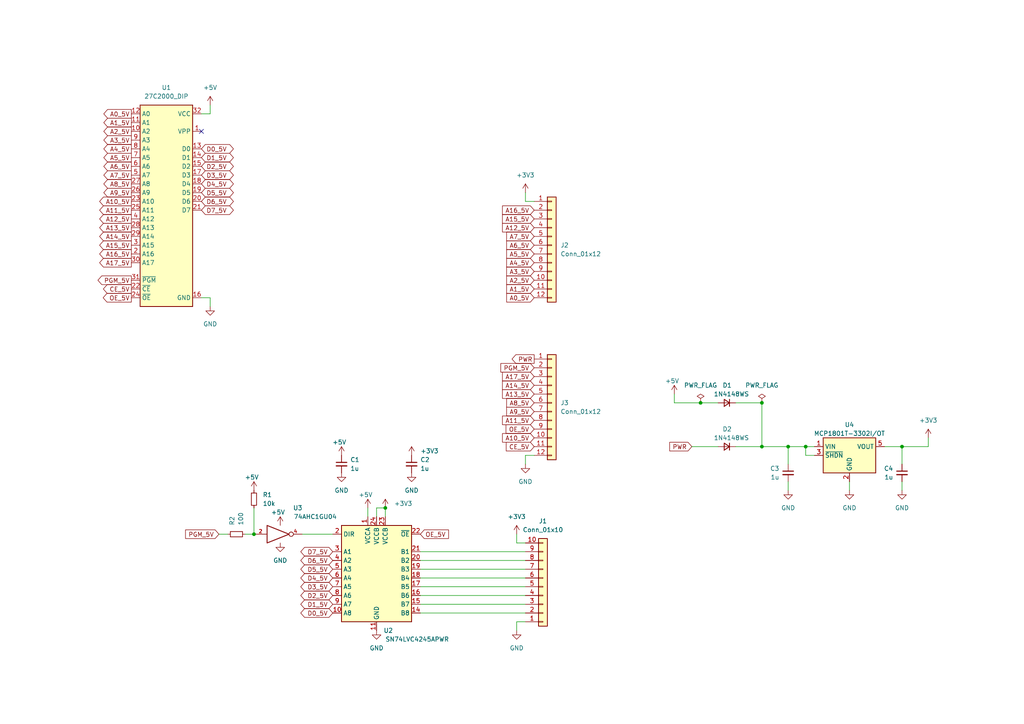
<source format=kicad_sch>
(kicad_sch (version 20211123) (generator eeschema)
  (paper "A4")
  (title_block (title "EMU27200") (date "2022-04-07") (company "Christer Weinigel"))
  (lib_symbols
    (symbol "0_weinigel:27C2000_DIP"
      (property "Reference" "U1" (at 0 30.48 0))
      (property "Value" "27C2000_DIP" (at 0 27.94 0))
      (symbol "27C2000_DIP_1_1"
        (rectangle (start -7.62 25.4) (end 7.62 -33.02) (stroke (width 0.254)) (fill (type background)))
        (pin power_in line (at 10.16 17.78 180) (length 2.54) (name "VPP") (number "1"))
        (pin input line (at -10.16 17.78 0) (length 2.54) (name "A2") (number "10"))
        (pin input line (at -10.16 20.32 0) (length 2.54) (name "A1") (number "11"))
        (pin input line (at -10.16 22.86 0) (length 2.54) (name "A0") (number "12"))
        (pin tri_state line (at 10.16 12.7 180) (length 2.54) (name "D0") (number "13"))
        (pin tri_state line (at 10.16 10.16 180) (length 2.54) (name "D1") (number "14"))
        (pin tri_state line (at 10.16 7.62 180) (length 2.54) (name "D2") (number "15"))
        (pin power_in line (at 10.16 -30.48 180) (length 2.54) (name "GND") (number "16"))
        (pin tri_state line (at 10.16 5.08 180) (length 2.54) (name "D3") (number "17"))
        (pin tri_state line (at 10.16 2.54 180) (length 2.54) (name "D4") (number "18"))
        (pin tri_state line (at 10.16 0 180) (length 2.54) (name "D5") (number "19"))
        (pin input line (at -10.16 -17.78 0) (length 2.54) (name "A16") (number "2"))
        (pin tri_state line (at 10.16 -2.54 180) (length 2.54) (name "D6") (number "20"))
        (pin tri_state line (at 10.16 -5.08 180) (length 2.54) (name "D7") (number "21"))
        (pin input line (at -10.16 -27.94 0) (length 2.54) (name "~{CE}") (number "22"))
        (pin input line (at -10.16 -2.54 0) (length 2.54) (name "A10") (number "23"))
        (pin input line (at -10.16 -30.48 0) (length 2.54) (name "~{OE}") (number "24"))
        (pin input line (at -10.16 -5.08 0) (length 2.54) (name "A11") (number "25"))
        (pin input line (at -10.16 0 0) (length 2.54) (name "A9") (number "26"))
        (pin input line (at -10.16 2.54 0) (length 2.54) (name "A8") (number "27"))
        (pin input line (at -10.16 -10.16 0) (length 2.54) (name "A13") (number "28"))
        (pin input line (at -10.16 -12.7 0) (length 2.54) (name "A14") (number "29"))
        (pin input line (at -10.16 -15.24 0) (length 2.54) (name "A15") (number "3"))
        (pin input line (at -10.16 -20.32 0) (length 2.54) (name "A17") (number "30"))
        (pin input line (at -10.16 -25.4 0) (length 2.54) (name "~{PGM}") (number "31"))
        (pin power_in line (at 10.16 22.86 180) (length 2.54) (name "VCC") (number "32"))
        (pin input line (at -10.16 -7.62 0) (length 2.54) (name "A12") (number "4"))
        (pin input line (at -10.16 5.08 0) (length 2.54) (name "A7") (number "5"))
        (pin input line (at -10.16 7.62 0) (length 2.54) (name "A6") (number "6"))
        (pin input line (at -10.16 10.16 0) (length 2.54) (name "A5") (number "7"))
        (pin input line (at -10.16 12.7 0) (length 2.54) (name "A4") (number "8"))
        (pin input line (at -10.16 15.24 0) (length 2.54) (name "A3") (number "9"))
      )
    )
    (symbol "74xGxx:74AHC1GU04" (pin_names (offset 1.016))
      (property "Reference" "U" (at -2.54 3.81 0))
      (property "Value" "74AHC1GU04" (at 0 -3.81 0))
      (symbol "74AHC1GU04_0_1"
        (polyline (pts (xy -3.81 2.54) (xy -3.81 -2.54) (xy 2.54 0) (xy -3.81 2.54)) (stroke (width 0.254)))
      )
      (symbol "74AHC1GU04_1_1"
        (pin input line (at -7.62 0 0) (length 3.81) (name "~") (number "2"))
        (pin power_in line (at 0 -2.54 270) (length 0) hide (name "GND") (number "3"))
        (pin output inverted (at 6.35 0 180) (length 3.81) (name "~") (number "4"))
        (pin power_in line (at 0 2.54 90) (length 0) hide (name "VCC") (number "5"))
      )
    )
    (symbol "Connector_Generic:Conn_01x10" (pin_names (offset 1.016) hide)
      (property "Reference" "J" (at 0 12.7 0))
      (property "Value" "Conn_01x10" (at 0 -15.24 0))
      (symbol "Conn_01x10_1_1"
        (rectangle (start -1.27 -12.573) (end 0 -12.827) (stroke (width 0.1524)))
        (rectangle (start -1.27 -10.033) (end 0 -10.287) (stroke (width 0.1524)))
        (rectangle (start -1.27 -7.493) (end 0 -7.747) (stroke (width 0.1524)))
        (rectangle (start -1.27 -4.953) (end 0 -5.207) (stroke (width 0.1524)))
        (rectangle (start -1.27 -2.413) (end 0 -2.667) (stroke (width 0.1524)))
        (rectangle (start -1.27 0.127) (end 0 -0.127) (stroke (width 0.1524)))
        (rectangle (start -1.27 2.667) (end 0 2.413) (stroke (width 0.1524)))
        (rectangle (start -1.27 5.207) (end 0 4.953) (stroke (width 0.1524)))
        (rectangle (start -1.27 7.747) (end 0 7.493) (stroke (width 0.1524)))
        (rectangle (start -1.27 10.287) (end 0 10.033) (stroke (width 0.1524)))
        (rectangle (start -1.27 11.43) (end 1.27 -13.97) (stroke (width 0.254)) (fill (type background)))
        (pin passive line (at -5.08 10.16 0) (length 3.81) (name "Pin_1") (number "1"))
        (pin passive line (at -5.08 -12.7 0) (length 3.81) (name "Pin_10") (number "10"))
        (pin passive line (at -5.08 7.62 0) (length 3.81) (name "Pin_2") (number "2"))
        (pin passive line (at -5.08 5.08 0) (length 3.81) (name "Pin_3") (number "3"))
        (pin passive line (at -5.08 2.54 0) (length 3.81) (name "Pin_4") (number "4"))
        (pin passive line (at -5.08 0 0) (length 3.81) (name "Pin_5") (number "5"))
        (pin passive line (at -5.08 -2.54 0) (length 3.81) (name "Pin_6") (number "6"))
        (pin passive line (at -5.08 -5.08 0) (length 3.81) (name "Pin_7") (number "7"))
        (pin passive line (at -5.08 -7.62 0) (length 3.81) (name "Pin_8") (number "8"))
        (pin passive line (at -5.08 -10.16 0) (length 3.81) (name "Pin_9") (number "9"))
      )
    )
    (symbol "Connector_Generic:Conn_01x12" (pin_names (offset 1.016) hide)
      (property "Reference" "J" (at 0 15.24 0))
      (property "Value" "Conn_01x12" (at 0 -17.78 0))
      (symbol "Conn_01x12_1_1"
        (rectangle (start -1.27 -15.113) (end 0 -15.367) (stroke (width 0.1524)))
        (rectangle (start -1.27 -12.573) (end 0 -12.827) (stroke (width 0.1524)))
        (rectangle (start -1.27 -10.033) (end 0 -10.287) (stroke (width 0.1524)))
        (rectangle (start -1.27 -7.493) (end 0 -7.747) (stroke (width 0.1524)))
        (rectangle (start -1.27 -4.953) (end 0 -5.207) (stroke (width 0.1524)))
        (rectangle (start -1.27 -2.413) (end 0 -2.667) (stroke (width 0.1524)))
        (rectangle (start -1.27 0.127) (end 0 -0.127) (stroke (width 0.1524)))
        (rectangle (start -1.27 2.667) (end 0 2.413) (stroke (width 0.1524)))
        (rectangle (start -1.27 5.207) (end 0 4.953) (stroke (width 0.1524)))
        (rectangle (start -1.27 7.747) (end 0 7.493) (stroke (width 0.1524)))
        (rectangle (start -1.27 10.287) (end 0 10.033) (stroke (width 0.1524)))
        (rectangle (start -1.27 12.827) (end 0 12.573) (stroke (width 0.1524)))
        (rectangle (start -1.27 13.97) (end 1.27 -16.51) (stroke (width 0.254)) (fill (type background)))
        (pin passive line (at -5.08 12.7 0) (length 3.81) (name "Pin_1") (number "1"))
        (pin passive line (at -5.08 -10.16 0) (length 3.81) (name "Pin_10") (number "10"))
        (pin passive line (at -5.08 -12.7 0) (length 3.81) (name "Pin_11") (number "11"))
        (pin passive line (at -5.08 -15.24 0) (length 3.81) (name "Pin_12") (number "12"))
        (pin passive line (at -5.08 10.16 0) (length 3.81) (name "Pin_2") (number "2"))
        (pin passive line (at -5.08 7.62 0) (length 3.81) (name "Pin_3") (number "3"))
        (pin passive line (at -5.08 5.08 0) (length 3.81) (name "Pin_4") (number "4"))
        (pin passive line (at -5.08 2.54 0) (length 3.81) (name "Pin_5") (number "5"))
        (pin passive line (at -5.08 0 0) (length 3.81) (name "Pin_6") (number "6"))
        (pin passive line (at -5.08 -2.54 0) (length 3.81) (name "Pin_7") (number "7"))
        (pin passive line (at -5.08 -5.08 0) (length 3.81) (name "Pin_8") (number "8"))
        (pin passive line (at -5.08 -7.62 0) (length 3.81) (name "Pin_9") (number "9"))
      )
    )
    (symbol "Device:C_Small" (pin_numbers hide) (pin_names (offset 0.254) hide)
      (property "Reference" "C" (at 0.254 1.778 0))
      (property "Value" "C_Small" (at 0.254 -2.032 0))
      (symbol "C_Small_0_1"
        (polyline (pts (xy -1.524 -0.508) (xy 1.524 -0.508)) (stroke (width 0.3302)))
        (polyline (pts (xy -1.524 0.508) (xy 1.524 0.508)) (stroke (width 0.3048)))
      )
      (symbol "C_Small_1_1"
        (pin passive line (at 0 2.54 270) (length 2.032) (name "~") (number "1"))
        (pin passive line (at 0 -2.54 90) (length 2.032) (name "~") (number "2"))
      )
    )
    (symbol "Device:D_Small" (pin_numbers hide) (pin_names (offset 0.254) hide)
      (property "Reference" "D" (at -1.27 2.032 0))
      (property "Value" "D_Small" (at -3.81 -2.032 0))
      (symbol "D_Small_0_1"
        (polyline (pts (xy -0.762 -1.016) (xy -0.762 1.016)) (stroke (width 0.254)))
        (polyline (pts (xy -0.762 0) (xy 0.762 0)))
        (polyline (pts (xy 0.762 -1.016) (xy -0.762 0) (xy 0.762 1.016) (xy 0.762 -1.016)) (stroke (width 0.254)))
      )
      (symbol "D_Small_1_1"
        (pin passive line (at -2.54 0 0) (length 1.778) (name "K") (number "1"))
        (pin passive line (at 2.54 0 180) (length 1.778) (name "A") (number "2"))
      )
    )
    (symbol "Device:R_Small" (pin_numbers hide) (pin_names (offset 0.254) hide)
      (property "Reference" "R" (at 0.762 0.508 0))
      (property "Value" "R_Small" (at 0.762 -1.016 0))
      (symbol "R_Small_0_1"
        (rectangle (start -0.762 1.778) (end 0.762 -1.778) (stroke (width 0.2032)))
      )
      (symbol "R_Small_1_1"
        (pin passive line (at 0 2.54 270) (length 0.762) (name "~") (number "1"))
        (pin passive line (at 0 -2.54 90) (length 0.762) (name "~") (number "2"))
      )
    )
    (symbol "Logic_LevelTranslator:SN74AVC8T245PW"
      (property "Reference" "U" (at -8.89 13.97 0))
      (property "Value" "SN74AVC8T245PW" (at 12.7 13.97 0))
      (symbol "SN74AVC8T245PW_0_1"
        (rectangle (start -10.16 12.7) (end 10.16 -15.24) (stroke (width 0.254)) (fill (type background)))
      )
      (symbol "SN74AVC8T245PW_1_1"
        (pin power_in line (at -2.54 15.24 270) (length 2.54) (name "VCCA") (number "1"))
        (pin bidirectional line (at -12.7 -12.7 0) (length 2.54) (name "A8") (number "10"))
        (pin power_in line (at 0 -17.78 90) (length 2.54) (name "GND") (number "11"))
        (pin passive line (at 0 -17.78 90) (length 2.54) hide (name "GND") (number "12"))
        (pin passive line (at 0 -17.78 90) (length 2.54) hide (name "GND") (number "13"))
        (pin bidirectional line (at 12.7 -12.7 180) (length 2.54) (name "B8") (number "14"))
        (pin bidirectional line (at 12.7 -10.16 180) (length 2.54) (name "B7") (number "15"))
        (pin bidirectional line (at 12.7 -7.62 180) (length 2.54) (name "B6") (number "16"))
        (pin bidirectional line (at 12.7 -5.08 180) (length 2.54) (name "B5") (number "17"))
        (pin bidirectional line (at 12.7 -2.54 180) (length 2.54) (name "B4") (number "18"))
        (pin bidirectional line (at 12.7 0 180) (length 2.54) (name "B3") (number "19"))
        (pin input line (at -12.7 10.16 0) (length 2.54) (name "DIR") (number "2"))
        (pin bidirectional line (at 12.7 2.54 180) (length 2.54) (name "B2") (number "20"))
        (pin bidirectional line (at 12.7 5.08 180) (length 2.54) (name "B1") (number "21"))
        (pin input line (at 12.7 10.16 180) (length 2.54) (name "~{OE}") (number "22"))
        (pin power_in line (at 2.54 15.24 270) (length 2.54) (name "VCCB") (number "23"))
        (pin power_in line (at 0 15.24 270) (length 2.54) (name "VCCB") (number "24"))
        (pin bidirectional line (at -12.7 5.08 0) (length 2.54) (name "A1") (number "3"))
        (pin bidirectional line (at -12.7 2.54 0) (length 2.54) (name "A2") (number "4"))
        (pin bidirectional line (at -12.7 0 0) (length 2.54) (name "A3") (number "5"))
        (pin bidirectional line (at -12.7 -2.54 0) (length 2.54) (name "A4") (number "6"))
        (pin bidirectional line (at -12.7 -5.08 0) (length 2.54) (name "A5") (number "7"))
        (pin bidirectional line (at -12.7 -7.62 0) (length 2.54) (name "A6") (number "8"))
        (pin bidirectional line (at -12.7 -10.16 0) (length 2.54) (name "A7") (number "9"))
      )
    )
    (symbol "Regulator_Linear:MCP1802x-xx02xOT"
      (property "Reference" "U" (at -6.35 6.35 0))
      (property "Value" "MCP1802x-xx02xOT" (at 0 6.35 0))
      (symbol "MCP1802x-xx02xOT_0_1"
        (rectangle (start -7.62 5.08) (end 7.62 -5.08) (stroke (width 0.254)) (fill (type background)))
      )
      (symbol "MCP1802x-xx02xOT_1_1"
        (pin power_in line (at -10.16 2.54 0) (length 2.54) (name "VIN") (number "1"))
        (pin power_in line (at 0 -7.62 90) (length 2.54) (name "GND") (number "2"))
        (pin input line (at -10.16 0 0) (length 2.54) (name "~{SHDN}") (number "3"))
        (pin no_connect line (at 7.62 0 180) (length 2.54) hide (name "NC") (number "4"))
        (pin power_out line (at 10.16 2.54 180) (length 2.54) (name "VOUT") (number "5"))
      )
    )
    (symbol "power:+3.3V" (power) (pin_names (offset 0))
      (property "Value" "+3.3V" (at 0 3.556 0))
      (symbol "+3.3V_0_1"
        (polyline (pts (xy -0.762 1.27) (xy 0 2.54)))
        (polyline (pts (xy 0 0) (xy 0 2.54)))
        (polyline (pts (xy 0 2.54) (xy 0.762 1.27)))
      )
      (symbol "+3.3V_1_1"
        (pin power_in line (at 0 0 90) (length 0) hide (name "+3V3") (number "1"))
      )
    )
    (symbol "power:+5V" (power) (pin_names (offset 0))
      (property "Value" "+5V" (at 0 3.556 0))
      (symbol "+5V_0_1"
        (polyline (pts (xy -0.762 1.27) (xy 0 2.54)))
        (polyline (pts (xy 0 0) (xy 0 2.54)))
        (polyline (pts (xy 0 2.54) (xy 0.762 1.27)))
      )
      (symbol "+5V_1_1"
        (pin power_in line (at 0 0 90) (length 0) hide (name "+5V") (number "1"))
      )
    )
    (symbol "power:GND" (power) (pin_names (offset 0))
      (property "Value" "GND" (at 0 -3.81 0))
      (symbol "GND_0_1"
        (polyline (pts (xy 0 0) (xy 0 -1.27) (xy 1.27 -1.27) (xy 0 -2.54) (xy -1.27 -1.27) (xy 0 -1.27)))
      )
      (symbol "GND_1_1"
        (pin power_in line (at 0 0 270) (length 0) hide (name "GND") (number "1"))
      )
    )
    (symbol "power:PWR_FLAG" (power) (pin_numbers hide) (pin_names (offset 0) hide)
      (property "Value" "PWR_FLAG" (at 0 3.81 0))
      (symbol "PWR_FLAG_0_0"
        (pin power_out line (at 0 0 90) (length 0) (name "pwr") (number "1"))
      )
      (symbol "PWR_FLAG_0_1"
        (polyline (pts (xy 0 0) (xy 0 1.27) (xy -1.016 1.905) (xy 0 2.54) (xy 1.016 1.905) (xy 0 1.27)))
      )
    )
  )
  (junction (at 220.98 129.54))
  (junction (at 111.76 147.32))
  (junction (at 233.68 129.54))
  (junction (at 203.2 116.84))
  (junction (at 261.62 129.54) (diameter 0.9144))
  (junction (at 228.6 129.54) (diameter 0.9144))
  (junction (at 73.66 154.94))
  (junction (at 220.98 116.84))
  (no_connect (at 58.42 38.1))
  (wire (pts (xy 256.54 129.54) (xy 261.62 129.54)))
  (wire (pts (xy 228.6 129.54) (xy 228.6 134.62)))
  (wire (pts (xy 228.6 129.54) (xy 233.68 129.54)))
  (wire (pts (xy 71.12 154.94) (xy 73.66 154.94)))
  (wire (pts (xy 121.92 175.26) (xy 152.4 175.26)))
  (wire (pts (xy 220.98 129.54) (xy 228.6 129.54)))
  (wire (pts (xy 121.92 162.56) (xy 152.4 162.56)))
  (wire (pts (xy 60.96 33.02) (xy 60.96 30.48)))
  (wire (pts (xy 87.63 154.94) (xy 96.52 154.94)))
  (wire (pts (xy 106.68 147.32) (xy 106.68 149.86)))
  (wire (pts (xy 261.62 129.54) (xy 269.24 129.54)))
  (wire (pts (xy 152.4 55.88) (xy 152.4 58.42)))
  (wire (pts (xy 149.86 180.34) (xy 149.86 182.88)))
  (wire (pts (xy 109.22 149.86) (xy 109.22 147.32)))
  (wire (pts (xy 269.24 129.54) (xy 269.24 127)))
  (wire (pts (xy 154.94 58.42) (xy 152.4 58.42)))
  (wire (pts (xy 154.94 132.08) (xy 152.4 132.08)))
  (wire (pts (xy 213.36 116.84) (xy 220.98 116.84)))
  (wire (pts (xy 195.58 116.84) (xy 195.58 114.3)))
  (wire (pts (xy 246.38 139.7) (xy 246.38 142.24)))
  (wire (pts (xy 60.96 86.36) (xy 60.96 88.9)))
  (wire (pts (xy 200.66 129.54) (xy 208.28 129.54)))
  (wire (pts (xy 213.36 129.54) (xy 220.98 129.54)))
  (wire (pts (xy 121.92 167.64) (xy 152.4 167.64)))
  (wire (pts (xy 195.58 116.84) (xy 203.2 116.84)))
  (wire (pts (xy 149.86 154.94) (xy 149.86 157.48)))
  (wire (pts (xy 121.92 160.02) (xy 152.4 160.02)))
  (wire (pts (xy 121.92 172.72) (xy 152.4 172.72)))
  (wire (pts (xy 109.22 147.32) (xy 111.76 147.32)))
  (wire (pts (xy 121.92 170.18) (xy 152.4 170.18)))
  (wire (pts (xy 73.66 147.32) (xy 73.66 154.94)))
  (wire (pts (xy 152.4 132.08) (xy 152.4 134.62)))
  (wire (pts (xy 208.28 116.84) (xy 203.2 116.84)))
  (wire (pts (xy 121.92 177.8) (xy 152.4 177.8)))
  (wire (pts (xy 121.92 165.1) (xy 152.4 165.1)))
  (wire (pts (xy 261.62 129.54) (xy 261.62 134.62)))
  (wire (pts (xy 58.42 33.02) (xy 60.96 33.02)))
  (wire (pts (xy 111.76 147.32) (xy 111.76 149.86)))
  (wire (pts (xy 228.6 142.24) (xy 228.6 139.7)))
  (wire (pts (xy 58.42 86.36) (xy 60.96 86.36)))
  (wire (pts (xy 233.68 129.54) (xy 236.22 129.54)))
  (wire (pts (xy 233.68 132.08) (xy 233.68 129.54)))
  (wire (pts (xy 152.4 157.48) (xy 149.86 157.48)))
  (wire (pts (xy 149.86 180.34) (xy 152.4 180.34)))
  (wire (pts (xy 220.98 116.84) (xy 220.98 129.54)))
  (wire (pts (xy 63.5 154.94) (xy 66.04 154.94)))
  (wire (pts (xy 261.62 142.24) (xy 261.62 139.7)))
  (wire (pts (xy 236.22 132.08) (xy 233.68 132.08)))
  (global_label "A7_5V" (shape output) (at 38.1 50.8 180) (property "Intersheet References" "${INTERSHEET_REFS}" (effects hide)))
  (global_label "A16_5V" (shape output) (at 38.1 73.66 180) (property "Intersheet References" "${INTERSHEET_REFS}" (effects hide)))
  (global_label "CE_5V" (shape input) (at 154.94 129.54 180) (property "Intersheet References" "${INTERSHEET_REFS}" (effects hide)))
  (global_label "OE_5V" (shape input) (at 154.94 124.46 180) (property "Intersheet References" "${INTERSHEET_REFS}" (effects hide)))
  (global_label "D2_5V" (shape bidirectional) (at 58.42 48.26 0) (property "Intersheet References" "${INTERSHEET_REFS}" (effects hide)))
  (global_label "OE_5V" (shape input) (at 121.92 154.94 0) (property "Intersheet References" "${INTERSHEET_REFS}" (effects hide)))
  (global_label "A16_5V" (shape input) (at 154.94 60.96 180) (property "Intersheet References" "${INTERSHEET_REFS}" (effects hide)))
  (global_label "D7_5V" (shape bidirectional) (at 58.42 60.96 0) (property "Intersheet References" "${INTERSHEET_REFS}" (effects hide)))
  (global_label "A2_5V" (shape output) (at 38.1 38.1 180) (property "Intersheet References" "${INTERSHEET_REFS}" (effects hide)))
  (global_label "A15_5V" (shape output) (at 38.1 71.12 180) (property "Intersheet References" "${INTERSHEET_REFS}" (effects hide)))
  (global_label "A11_5V" (shape output) (at 38.1 60.96 180) (property "Intersheet References" "${INTERSHEET_REFS}" (effects hide)))
  (global_label "A10_5V" (shape output) (at 38.1 58.42 180) (property "Intersheet References" "${INTERSHEET_REFS}" (effects hide)))
  (global_label "A0_5V" (shape input) (at 154.94 86.36 180) (property "Intersheet References" "${INTERSHEET_REFS}" (effects hide)))
  (global_label "PWR" (shape input) (at 200.66 129.54 180) (property "Intersheet References" "${INTERSHEET_REFS}" (effects hide)))
  (global_label "D4_5V" (shape bidirectional) (at 58.42 53.34 0) (property "Intersheet References" "${INTERSHEET_REFS}" (effects hide)))
  (global_label "A2_5V" (shape input) (at 154.94 81.28 180) (property "Intersheet References" "${INTERSHEET_REFS}" (effects hide)))
  (global_label "A8_5V" (shape output) (at 38.1 53.34 180) (property "Intersheet References" "${INTERSHEET_REFS}" (effects hide)))
  (global_label "A3_5V" (shape output) (at 38.1 40.64 180) (property "Intersheet References" "${INTERSHEET_REFS}" (effects hide)))
  (global_label "D0_5V" (shape bidirectional) (at 96.52 177.8 180) (property "Intersheet References" "${INTERSHEET_REFS}" (effects hide)))
  (global_label "D7_5V" (shape bidirectional) (at 96.52 160.02 180) (property "Intersheet References" "${INTERSHEET_REFS}" (effects hide)))
  (global_label "A5_5V" (shape output) (at 38.1 45.72 180) (property "Intersheet References" "${INTERSHEET_REFS}" (effects hide)))
  (global_label "A9_5V" (shape input) (at 154.94 119.38 180) (property "Intersheet References" "${INTERSHEET_REFS}" (effects hide)))
  (global_label "A14_5V" (shape output) (at 38.1 68.58 180) (property "Intersheet References" "${INTERSHEET_REFS}" (effects hide)))
  (global_label "PGM_5V" (shape input) (at 154.94 106.68 180) (property "Intersheet References" "${INTERSHEET_REFS}" (effects hide)))
  (global_label "A12_5V" (shape output) (at 38.1 63.5 180) (property "Intersheet References" "${INTERSHEET_REFS}" (effects hide)))
  (global_label "A6_5V" (shape output) (at 38.1 48.26 180) (property "Intersheet References" "${INTERSHEET_REFS}" (effects hide)))
  (global_label "D6_5V" (shape bidirectional) (at 58.42 58.42 0) (property "Intersheet References" "${INTERSHEET_REFS}" (effects hide)))
  (global_label "A9_5V" (shape output) (at 38.1 55.88 180) (property "Intersheet References" "${INTERSHEET_REFS}" (effects hide)))
  (global_label "A4_5V" (shape input) (at 154.94 76.2 180) (property "Intersheet References" "${INTERSHEET_REFS}" (effects hide)))
  (global_label "A15_5V" (shape input) (at 154.94 63.5 180) (property "Intersheet References" "${INTERSHEET_REFS}" (effects hide)))
  (global_label "A14_5V" (shape input) (at 154.94 111.76 180) (property "Intersheet References" "${INTERSHEET_REFS}" (effects hide)))
  (global_label "A10_5V" (shape input) (at 154.94 127 180) (property "Intersheet References" "${INTERSHEET_REFS}" (effects hide)))
  (global_label "CE_5V" (shape output) (at 38.1 83.82 180) (property "Intersheet References" "${INTERSHEET_REFS}" (effects hide)))
  (global_label "A17_5V" (shape output) (at 38.1 76.2 180) (property "Intersheet References" "${INTERSHEET_REFS}" (effects hide)))
  (global_label "A5_5V" (shape input) (at 154.94 73.66 180) (property "Intersheet References" "${INTERSHEET_REFS}" (effects hide)))
  (global_label "A7_5V" (shape input) (at 154.94 68.58 180) (property "Intersheet References" "${INTERSHEET_REFS}" (effects hide)))
  (global_label "A13_5V" (shape input) (at 154.94 114.3 180) (property "Intersheet References" "${INTERSHEET_REFS}" (effects hide)))
  (global_label "D1_5V" (shape bidirectional) (at 58.42 45.72 0) (property "Intersheet References" "${INTERSHEET_REFS}" (effects hide)))
  (global_label "A4_5V" (shape output) (at 38.1 43.18 180) (property "Intersheet References" "${INTERSHEET_REFS}" (effects hide)))
  (global_label "A6_5V" (shape input) (at 154.94 71.12 180) (property "Intersheet References" "${INTERSHEET_REFS}" (effects hide)))
  (global_label "D6_5V" (shape bidirectional) (at 96.52 162.56 180) (property "Intersheet References" "${INTERSHEET_REFS}" (effects hide)))
  (global_label "PGM_5V" (shape output) (at 38.1 81.28 180) (property "Intersheet References" "${INTERSHEET_REFS}" (effects hide)))
  (global_label "PWR" (shape output) (at 154.94 104.14 180) (property "Intersheet References" "${INTERSHEET_REFS}" (effects hide)))
  (global_label "D2_5V" (shape bidirectional) (at 96.52 172.72 180) (property "Intersheet References" "${INTERSHEET_REFS}" (effects hide)))
  (global_label "A0_5V" (shape output) (at 38.1 33.02 180) (property "Intersheet References" "${INTERSHEET_REFS}" (effects hide)))
  (global_label "A13_5V" (shape output) (at 38.1 66.04 180) (property "Intersheet References" "${INTERSHEET_REFS}" (effects hide)))
  (global_label "D5_5V" (shape bidirectional) (at 58.42 55.88 0) (property "Intersheet References" "${INTERSHEET_REFS}" (effects hide)))
  (global_label "PGM_5V" (shape input) (at 63.5 154.94 180) (property "Intersheet References" "${INTERSHEET_REFS}" (effects hide)))
  (global_label "D0_5V" (shape bidirectional) (at 58.42 43.18 0) (property "Intersheet References" "${INTERSHEET_REFS}" (effects hide)))
  (global_label "A1_5V" (shape input) (at 154.94 83.82 180) (property "Intersheet References" "${INTERSHEET_REFS}" (effects hide)))
  (global_label "OE_5V" (shape output) (at 38.1 86.36 180) (property "Intersheet References" "${INTERSHEET_REFS}" (effects hide)))
  (global_label "A8_5V" (shape input) (at 154.94 116.84 180) (property "Intersheet References" "${INTERSHEET_REFS}" (effects hide)))
  (global_label "A12_5V" (shape input) (at 154.94 66.04 180) (property "Intersheet References" "${INTERSHEET_REFS}" (effects hide)))
  (global_label "A1_5V" (shape output) (at 38.1 35.56 180) (property "Intersheet References" "${INTERSHEET_REFS}" (effects hide)))
  (global_label "A11_5V" (shape input) (at 154.94 121.92 180) (property "Intersheet References" "${INTERSHEET_REFS}" (effects hide)))
  (global_label "A3_5V" (shape input) (at 154.94 78.74 180) (property "Intersheet References" "${INTERSHEET_REFS}" (effects hide)))
  (global_label "D5_5V" (shape bidirectional) (at 96.52 165.1 180) (property "Intersheet References" "${INTERSHEET_REFS}" (effects hide)))
  (global_label "D3_5V" (shape bidirectional) (at 96.52 170.18 180) (property "Intersheet References" "${INTERSHEET_REFS}" (effects hide)))
  (global_label "D1_5V" (shape bidirectional) (at 96.52 175.26 180) (property "Intersheet References" "${INTERSHEET_REFS}" (effects hide)))
  (global_label "D3_5V" (shape bidirectional) (at 58.42 50.8 0) (property "Intersheet References" "${INTERSHEET_REFS}" (effects hide)))
  (global_label "A17_5V" (shape input) (at 154.94 109.22 180) (property "Intersheet References" "${INTERSHEET_REFS}" (effects hide)))
  (global_label "D4_5V" (shape bidirectional) (at 96.52 167.64 180) (property "Intersheet References" "${INTERSHEET_REFS}" (effects hide)))
  (symbol (lib_id "power:PWR_FLAG") (at 220.98 116.84 0) (unit 1)
    (property "Reference" "#FLG0102" (effects hide))
    (property "Value" "PWR_FLAG" (at 220.98 111.76 0))
  )
  (symbol (lib_id "power:GND") (at 99.06 137.16 0) (unit 1)
    (property "Reference" "#PWR0111" (effects hide))
    (property "Value" "GND" (at 99.06 142.24 0))
  )
  (symbol (lib_id "Device:D_Small") (at 210.82 116.84 0) (mirror y) (unit 1)
    (property "Reference" "D1" (at 209.55 111.76 0) (effects (justify right)))
    (property "Value" "1N4148WS" (at 207.01 114.3 0) (effects (justify right)))
    (property "Footprint" "Diode_SMD:D_SOD-323F" (effects hide))
    (property "LCSC" "C2128" (effects hide))
  )
  (symbol (lib_id "power:+5V") (at 106.68 147.32 0) (mirror y) (unit 1)
    (property "Reference" "#PWR0103" (effects hide))
    (property "Value" "+5V" (at 106.045 143.51 0))
  )
  (symbol (lib_id "power:+5V") (at 99.06 132.08 0) (mirror y) (unit 1)
    (property "Reference" "#PWR0110" (effects hide))
    (property "Value" "+5V" (at 98.425 128.27 0))
  )
  (symbol (lib_id "power:GND") (at 60.96 88.9 0) (unit 1)
    (property "Reference" "#PWR0105" (effects hide))
    (property "Value" "GND" (at 60.96 93.98 0))
  )
  (symbol (lib_id "Connector_Generic:Conn_01x10") (at 157.48 170.18 0) (mirror x) (unit 1)
    (property "Reference" "J1" (at 157.48 151.13 0))
    (property "Value" "Conn_01x10" (at 157.48 153.67 0))
    (property "Footprint" "Connector_PinHeader_1.27mm:PinHeader_1x10_P1.27mm_Vertical" (effects hide))
  )
  (symbol (lib_id "power:GND") (at 149.86 182.88 0) (mirror y) (unit 1)
    (property "Reference" "#PWR0107" (effects hide))
    (property "Value" "GND" (at 149.86 187.96 0))
  )
  (symbol (lib_id "power:+3.3V") (at 149.86 154.94 0) (mirror y) (unit 1)
    (property "Reference" "#PWR0108" (effects hide))
    (property "Value" "+3.3V" (at 149.86 149.86 0))
  )
  (symbol (lib_id "Device:R_Small") (at 73.66 144.78 0) (unit 1)
    (property "Reference" "R1" (at 76.2 143.51 0) (effects (justify left)))
    (property "Value" "10k" (at 76.2 146.05 0) (effects (justify left)))
    (property "Footprint" "Resistor_SMD:R_0603_1608Metric_Pad0.98x0.95mm_HandSolder" (effects hide))
    (property "LCSC" "C25744" (effects hide))
  )
  (symbol (lib_id "Connector_Generic:Conn_01x12") (at 160.02 71.12 0) (unit 1)
    (property "Reference" "J2" (at 162.56 71.1199 0) (effects (justify left)))
    (property "Value" "Conn_01x12" (at 162.56 73.6599 0) (effects (justify left)))
    (property "Footprint" "Connector_PinHeader_1.27mm:PinHeader_1x12_P1.27mm_Vertical" (effects hide))
  )
  (symbol (lib_id "Device:D_Small") (at 210.82 129.54 0) (mirror y) (unit 1)
    (property "Reference" "D2" (at 209.55 124.46 0) (effects (justify right)))
    (property "Value" "1N4148WS" (at 207.01 127 0) (effects (justify right)))
    (property "Footprint" "Diode_SMD:D_SOD-323F" (effects hide))
    (property "LCSC" "C2128" (effects hide))
  )
  (symbol (lib_id "Device:C_Small") (at 261.62 137.16 0) (unit 1)
    (property "Reference" "C4" (at 259.08 135.89 0) (effects (justify right)))
    (property "Value" "1u" (at 259.08 138.43 0) (effects (justify right)))
    (property "Footprint" "Resistor_SMD:R_0603_1608Metric_Pad0.98x0.95mm_HandSolder" (effects hide))
    (property "LCSC" "C52923" (effects hide))
  )
  (symbol (lib_id "power:+5V") (at 195.58 114.3 0) (mirror y) (unit 1)
    (property "Reference" "#PWR0118" (effects hide))
    (property "Value" "+5V" (at 194.945 110.49 0))
  )
  (symbol (lib_id "power:GND") (at 81.28 157.48 0) (unit 1)
    (property "Reference" "#PWR0112" (effects hide))
    (property "Value" "GND" (at 81.28 162.56 0))
  )
  (symbol (lib_id "power:PWR_FLAG") (at 203.2 116.84 0) (unit 1)
    (property "Reference" "#FLG0101" (effects hide))
    (property "Value" "PWR_FLAG" (at 203.2 111.76 0))
  )
  (symbol (lib_id "74xGxx:74AHC1GU04") (at 81.28 154.94 0) (unit 1)
    (property "Reference" "U3" (at 86.36 147.32 0))
    (property "Value" "74AHC1GU04" (at 91.44 149.86 0))
    (property "Footprint" "Package_TO_SOT_SMD:SOT-23-5_HandSoldering" (effects hide))
    (property "Datasheet" "http://www.ti.com/lit/sg/scyt129e/scyt129e.pdf" (effects hide))
    (property "LCSC" "C7465" (effects hide))
  )
  (symbol (lib_id "power:+3.3V") (at 269.24 127 0) (mirror y) (unit 1)
    (property "Reference" "#PWR0122" (effects hide))
    (property "Value" "+3.3V" (at 269.24 121.92 0))
  )
  (symbol (lib_id "power:+3.3V") (at 152.4 55.88 0) (mirror y) (unit 1)
    (property "Reference" "#PWR0115" (effects hide))
    (property "Value" "+3.3V" (at 152.4 50.8 0))
  )
  (symbol (lib_id "power:+5V") (at 73.66 142.24 0) (mirror y) (unit 1)
    (property "Reference" "#PWR0114" (effects hide))
    (property "Value" "+5V" (at 73.025 138.43 0))
  )
  (symbol (lib_id "power:GND") (at 109.22 182.88 0) (unit 1)
    (property "Reference" "#PWR0101" (effects hide))
    (property "Value" "GND" (at 109.22 187.96 0))
  )
  (symbol (lib_id "power:+3.3V") (at 111.76 147.32 0) (unit 1)
    (property "Reference" "#PWR0102" (effects hide))
    (property "Value" "+3.3V" (at 114.3 146.0499 0) (effects (justify left)))
  )
  (symbol (lib_id "power:GND") (at 261.62 142.24 0) (unit 1)
    (property "Reference" "#PWR0121" (effects hide))
    (property "Value" "GND" (at 261.62 147.32 0))
  )
  (symbol (lib_id "Device:R_Small") (at 68.58 154.94 90) (unit 1)
    (property "Reference" "R2" (at 67.31 152.4 0) (effects (justify left)))
    (property "Value" "100" (at 69.85 152.4 0) (effects (justify left)))
    (property "Footprint" "Resistor_SMD:R_0603_1608Metric_Pad0.98x0.95mm_HandSolder" (effects hide))
    (property "LCSC" "C25076" (effects hide))
  )
  (symbol (lib_id "power:GND") (at 246.38 142.24 0) (unit 1)
    (property "Reference" "#PWR0120" (effects hide))
    (property "Value" "GND" (at 246.38 147.32 0))
  )
  (symbol (lib_id "Connector_Generic:Conn_01x12") (at 160.02 116.84 0) (unit 1)
    (property "Reference" "J3" (at 162.56 116.8399 0) (effects (justify left)))
    (property "Value" "Conn_01x12" (at 162.56 119.3799 0) (effects (justify left)))
    (property "Footprint" "Connector_PinHeader_1.27mm:PinHeader_1x12_P1.27mm_Vertical" (effects hide))
  )
  (symbol (lib_id "Device:C_Small") (at 119.38 134.62 0) (mirror y) (unit 1)
    (property "Reference" "C2" (at 121.92 133.35 0) (effects (justify right)))
    (property "Value" "1u" (at 121.92 135.89 0) (effects (justify right)))
    (property "Footprint" "Resistor_SMD:R_0603_1608Metric_Pad0.98x0.95mm_HandSolder" (effects hide))
    (property "LCSC" "C52923" (effects hide))
  )
  (symbol (lib_id "Device:C_Small") (at 228.6 137.16 0) (unit 1)
    (property "Reference" "C3" (at 226.06 135.89 0) (effects (justify right)))
    (property "Value" "1u" (at 226.06 138.43 0) (effects (justify right)))
    (property "Footprint" "Resistor_SMD:R_0603_1608Metric_Pad0.98x0.95mm_HandSolder" (effects hide))
    (property "LCSC" "C52923" (effects hide))
  )
  (symbol (lib_id "power:GND") (at 119.38 137.16 0) (unit 1)
    (property "Reference" "#PWR0106" (effects hide))
    (property "Value" "GND" (at 119.38 142.24 0))
  )
  (symbol (lib_id "power:GND") (at 228.6 142.24 0) (unit 1)
    (property "Reference" "#PWR0119" (effects hide))
    (property "Value" "GND" (at 228.6 147.32 0))
  )
  (symbol (lib_id "power:+3.3V") (at 119.38 132.08 0) (unit 1)
    (property "Reference" "#PWR0109" (effects hide))
    (property "Value" "+3.3V" (at 121.92 130.8099 0) (effects (justify left)))
  )
  (symbol (lib_id "Device:C_Small") (at 99.06 134.62 0) (mirror y) (unit 1)
    (property "Reference" "C1" (at 101.6 133.35 0) (effects (justify right)))
    (property "Value" "1u" (at 101.6 135.89 0) (effects (justify right)))
    (property "Footprint" "Resistor_SMD:R_0603_1608Metric_Pad0.98x0.95mm_HandSolder" (effects hide))
    (property "LCSC" "C52923" (effects hide))
  )
  (symbol (lib_id "Logic_LevelTranslator:SN74AVC8T245PW") (at 109.22 165.1 0) (unit 1)
    (property "Reference" "U2" (at 111.2394 182.88 0) (effects (justify left)))
    (property "Value" "SN74LVC4245APWR" (at 111.76 185.42 0) (effects (justify left)))
    (property "Footprint" "Package_SO:TSSOP-24_4.4x7.8mm_P0.65mm" (effects hide))
    (property "Datasheet" "https://www.ti.com/lit/ds/symlink/sn74avc8t245.pdf" (effects hide))
    (property "LCSC" "C7859" (effects hide))
  )
  (symbol (lib_id "power:+5V") (at 60.96 30.48 0) (mirror y) (unit 1)
    (property "Reference" "#PWR0104" (effects hide))
    (property "Value" "+5V" (at 60.96 25.4 0))
  )
  (symbol (lib_id "power:GND") (at 152.4 134.62 0) (mirror y) (unit 1)
    (property "Reference" "#PWR0116" (effects hide))
    (property "Value" "GND" (at 152.4 139.7 0))
  )
  (symbol (lib_id "0_weinigel:27C2000_DIP") (at 48.26 55.88 0) (unit 1) (in_bom no)
    (property "Reference" "U1" (at 48.26 25.4 0))
    (property "Value" "27C2000_DIP" (at 48.26 27.94 0))
    (property "Footprint" "Package_DIP:DIP-32_W15.24mm_Socket" (effects hide))
  )
  (symbol (lib_id "Regulator_Linear:MCP1802x-xx02xOT") (at 246.38 132.08 0) (unit 1)
    (property "Reference" "U4" (at 246.38 123.19 0))
    (property "Value" "MCP1801T-3302I/OT" (at 246.38 125.73 0))
    (property "Footprint" "Package_TO_SOT_SMD:SOT-23-5" (effects hide))
    (property "Datasheet" "http://ww1.microchip.com/downloads/en/DeviceDoc/22053C.pdf" (effects hide))
    (property "LCSC" "C84119" (effects hide))
  )
  (symbol (lib_id "power:+5V") (at 81.28 152.4 0) (mirror y) (unit 1)
    (property "Reference" "#PWR0113" (effects hide))
    (property "Value" "+5V" (at 80.645 148.59 0))
  )
)
</source>
